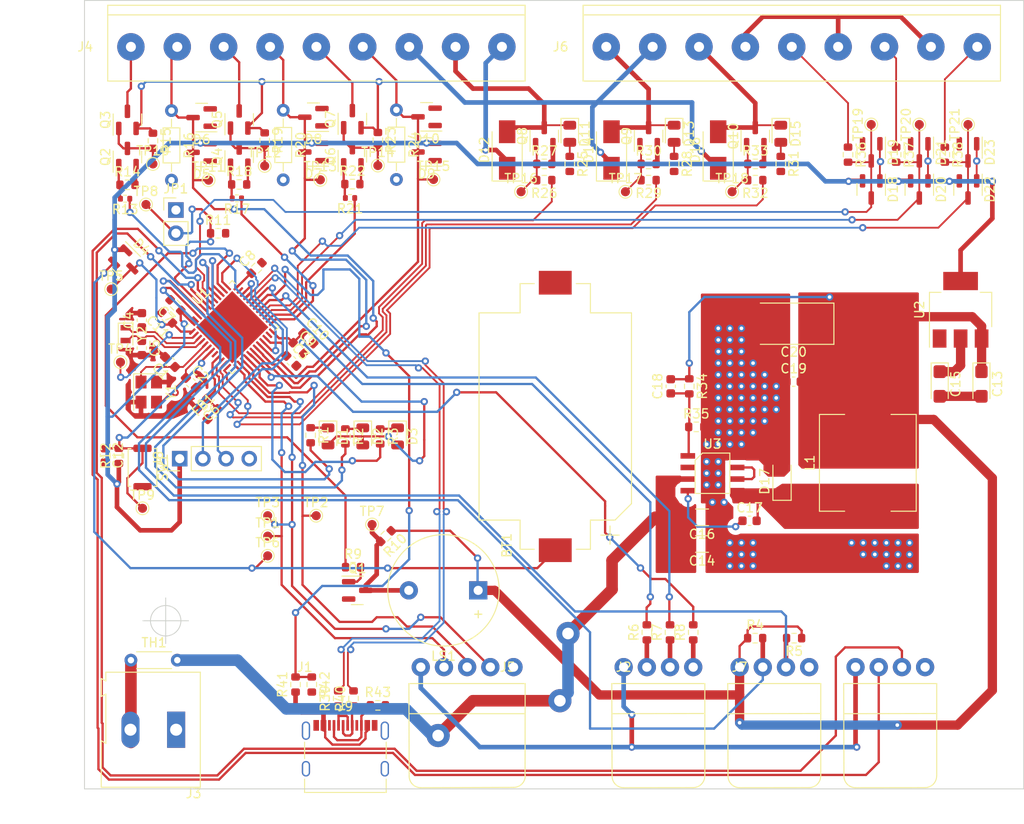
<source format=kicad_pcb>
(kicad_pcb (version 20211014) (generator pcbnew)

  (general
    (thickness 1.6)
  )

  (paper "A4")
  (title_block
    (title "FloatPUMP Basic Boards")
    (date "2022-11-22")
    (rev "1.0")
    (company "www.robtor.de")
  )

  (layers
    (0 "F.Cu" signal)
    (31 "B.Cu" signal)
    (32 "B.Adhes" user "B.Adhesive")
    (33 "F.Adhes" user "F.Adhesive")
    (34 "B.Paste" user)
    (35 "F.Paste" user)
    (36 "B.SilkS" user "B.Silkscreen")
    (37 "F.SilkS" user "F.Silkscreen")
    (38 "B.Mask" user)
    (39 "F.Mask" user)
    (40 "Dwgs.User" user "User.Drawings")
    (41 "Cmts.User" user "User.Comments")
    (42 "Eco1.User" user "User.Eco1")
    (43 "Eco2.User" user "User.Eco2")
    (44 "Edge.Cuts" user)
    (45 "Margin" user)
    (46 "B.CrtYd" user "B.Courtyard")
    (47 "F.CrtYd" user "F.Courtyard")
    (48 "B.Fab" user)
    (49 "F.Fab" user)
    (50 "User.1" user)
    (51 "User.2" user)
    (52 "User.3" user)
    (53 "User.4" user)
    (54 "User.5" user)
    (55 "User.6" user)
    (56 "User.7" user)
    (57 "User.8" user)
    (58 "User.9" user)
  )

  (setup
    (stackup
      (layer "F.SilkS" (type "Top Silk Screen"))
      (layer "F.Paste" (type "Top Solder Paste"))
      (layer "F.Mask" (type "Top Solder Mask") (thickness 0.01))
      (layer "F.Cu" (type "copper") (thickness 0.035))
      (layer "dielectric 1" (type "core") (thickness 1.51) (material "FR4") (epsilon_r 4.5) (loss_tangent 0.02))
      (layer "B.Cu" (type "copper") (thickness 0.035))
      (layer "B.Mask" (type "Bottom Solder Mask") (thickness 0.01))
      (layer "B.Paste" (type "Bottom Solder Paste"))
      (layer "B.SilkS" (type "Bottom Silk Screen"))
      (copper_finish "None")
      (dielectric_constraints no)
    )
    (pad_to_mask_clearance 0)
    (pcbplotparams
      (layerselection 0x00010fc_ffffffff)
      (disableapertmacros false)
      (usegerberextensions false)
      (usegerberattributes true)
      (usegerberadvancedattributes true)
      (creategerberjobfile true)
      (svguseinch false)
      (svgprecision 6)
      (excludeedgelayer true)
      (plotframeref false)
      (viasonmask false)
      (mode 1)
      (useauxorigin false)
      (hpglpennumber 1)
      (hpglpenspeed 20)
      (hpglpendiameter 15.000000)
      (dxfpolygonmode true)
      (dxfimperialunits true)
      (dxfusepcbnewfont true)
      (psnegative false)
      (psa4output false)
      (plotreference true)
      (plotvalue true)
      (plotinvisibletext false)
      (sketchpadsonfab false)
      (subtractmaskfromsilk false)
      (outputformat 1)
      (mirror false)
      (drillshape 1)
      (scaleselection 1)
      (outputdirectory "")
    )
  )

  (net 0 "")
  (net 1 "/cryst1+")
  (net 2 "GND")
  (net 3 "/cryst1-")
  (net 4 "Net-(C3-Pad1)")
  (net 5 "/cryst2+")
  (net 6 "/cryst2-")
  (net 7 "Net-(C6-Pad1)")
  (net 8 "/VBAT")
  (net 9 "/NRST")
  (net 10 "Net-(D1-Pad1)")
  (net 11 "+3.3V")
  (net 12 "Net-(D2-Pad1)")
  (net 13 "Net-(D3-Pad1)")
  (net 14 "/VB")
  (net 15 "T11")
  (net 16 "T13")
  (net 17 "T15")
  (net 18 "T17")
  (net 19 "Net-(C17-Pad1)")
  (net 20 "Net-(C17-Pad2)")
  (net 21 "T20")
  (net 22 "Net-(D11-Pad2)")
  (net 23 "/GPI0")
  (net 24 "/GPI1")
  (net 25 "/GPI2")
  (net 26 "/RRDT")
  (net 27 "/RRCLK")
  (net 28 "/RRSW")
  (net 29 "+5V")
  (net 30 "/I2C1_SDA")
  (net 31 "/I2C1_SCL")
  (net 32 "/USART1_TX")
  (net 33 "/USART1_RX")
  (net 34 "/SWDIO")
  (net 35 "/SWCLK")
  (net 36 "T22")
  (net 37 "unconnected-(J9-PadA8)")
  (net 38 "unconnected-(J9-PadB8)")
  (net 39 "T10")
  (net 40 "T12")
  (net 41 "T14")
  (net 42 "/BOOT0")
  (net 43 "T24")
  (net 44 "T26")
  (net 45 "T28")
  (net 46 "Net-(D13-Pad2)")
  (net 47 "Net-(LS1-Pad2)")
  (net 48 "Net-(Q2-Pad1)")
  (net 49 "Net-(Q2-Pad3)")
  (net 50 "Net-(D15-Pad2)")
  (net 51 "Net-(Q8-Pad1)")
  (net 52 "Net-(Q9-Pad1)")
  (net 53 "Net-(Q10-Pad1)")
  (net 54 "/LED0")
  (net 55 "/LED1")
  (net 56 "/LED2")
  (net 57 "/LED5")
  (net 58 "/LED4")
  (net 59 "/LED3")
  (net 60 "/BEEP")
  (net 61 "/MPWR0")
  (net 62 "/MPWR1")
  (net 63 "/MPWR2")
  (net 64 "/OCHAN0")
  (net 65 "/OCHAN1")
  (net 66 "/OCHAN2")
  (net 67 "/usb_conn/U_D-")
  (net 68 "/USB_FS_D-")
  (net 69 "/usb_conn/U_D+")
  (net 70 "/USB_FS_D+")
  (net 71 "/usb_conn/U_VBUS")
  (net 72 "/USB_FS_VBUS")
  (net 73 "/usb_conn/CC")
  (net 74 "Net-(Q1-Pad1)")
  (net 75 "Net-(Q4-Pad1)")
  (net 76 "Net-(Q4-Pad3)")
  (net 77 "Net-(Q6-Pad1)")
  (net 78 "Net-(Q6-Pad3)")
  (net 79 "Net-(C18-Pad1)")
  (net 80 "Net-(TP4-Pad1)")
  (net 81 "Net-(U3-Pad6)")
  (net 82 "T18")
  (net 83 "T27")
  (net 84 "Net-(J3-Pad2)")
  (net 85 "Net-(J5-Pad2)")
  (net 86 "Net-(J5-Pad3)")
  (net 87 "Net-(J5-Pad4)")
  (net 88 "+24V")

  (footprint "Package_TO_SOT_SMD:SOT-23" (layer "F.Cu") (at 42.3395 89.49575 90))

  (footprint "Resistor_SMD:R_0603_1608Metric" (layer "F.Cu") (at 48.819451 110.461996 -45))

  (footprint "Resistor_SMD:R_0603_1608Metric" (layer "F.Cu") (at 49.911651 109.395196 -45))

  (footprint "TestPoint:TestPoint_Pad_D1.0mm" (layer "F.Cu") (at 57.531 90.4725))

  (footprint "Resistor_SMD:R_0603_1608Metric" (layer "F.Cu") (at 86.995 141.605 90))

  (footprint "Package_TO_SOT_SMD:SOT-23" (layer "F.Cu") (at 38.227 85.217 180))

  (footprint "Resistor_SMD:R_0603_1608Metric" (layer "F.Cu") (at 57.531 87.6785 -90))

  (footprint "TestPoint:TestPoint_Pad_D1.0mm" (layer "F.Cu") (at 84.648 93.343))

  (footprint "LED_SMD:LED_0805_2012Metric" (layer "F.Cu") (at 89.982 86.993 -90))

  (footprint "TerminalBlock:TerminalBlock_Altech_AK300-2_P5.00mm" (layer "F.Cu") (at 35.433 152.273 180))

  (footprint "Capacitor_SMD:C_0603_1608Metric" (layer "F.Cu") (at 98.2472 129.3876))

  (footprint "TestPoint:TestPoint_Pad_D1.0mm" (layer "F.Cu") (at 111.572 85.979 90))

  (footprint "Resistor_SMD:R_0603_1608Metric" (layer "F.Cu") (at 75.758 92.073 180))

  (footprint "Crystal:Crystal_SMD_2012-2Pin_2.0x1.2mm" (layer "F.Cu") (at 29.896451 108.937996 -90))

  (footprint "Resistor_SMD:R_0603_1608Metric" (layer "F.Cu") (at 53.975 120.142 -90))

  (footprint "Diode_SMD:D_SOD-123F" (layer "F.Cu") (at 101.8032 124.9426 90))

  (footprint "Connector_USB:USB_C_Receptacle_Palconn_UTC16-G" (layer "F.Cu") (at 53.975 154.305))

  (footprint "Resistor_THT:R_Axial_DIN0204_L3.6mm_D1.6mm_P7.62mm_Horizontal" (layer "F.Cu") (at 34.925 84.455 -90))

  (footprint "Resistor_SMD:R_0603_1608Metric" (layer "F.Cu") (at 101.666 90.295 -90))

  (footprint "Resistor_SMD:R_0402_1005Metric" (layer "F.Cu") (at 54.483 94.0285 180))

  (footprint "TestPoint:TestPoint_Pad_D1.0mm" (layer "F.Cu") (at 63.627 91.9965))

  (footprint "custom_parts:CAMBLOCK CTB0509-9" (layer "F.Cu") (at 30.48 77.47))

  (footprint "Package_TO_SOT_SMD:SOT-23" (layer "F.Cu") (at 54.737 85.3925 90))

  (footprint "Resistor_SMD:R_0603_1608Metric" (layer "F.Cu") (at 91.6432 114.6556 -90))

  (footprint "Package_TO_SOT_SMD:SOT-23" (layer "F.Cu") (at 98.872 87.247 90))

  (footprint "Capacitor_SMD:C_0603_1608Metric" (layer "F.Cu") (at 38.278451 116.557996 -135))

  (footprint "Resistor_SMD:R_0603_1608Metric" (layer "F.Cu") (at 48.514 147.32 90))

  (footprint "custom_parts:2542R-04" (layer "F.Cu") (at 97.155 145.415))

  (footprint "Package_TO_SOT_SMD:SOT-23" (layer "F.Cu") (at 62.865 85.1385 180))

  (footprint "TestPoint:TestPoint_Pad_D1.0mm" (layer "F.Cu") (at 122.174 85.979 90))

  (footprint "Resistor_SMD:R_0603_1608Metric" (layer "F.Cu") (at 34.4424 107.1372 135))

  (footprint "TestPoint:TestPoint_Pad_D1.0mm" (layer "F.Cu") (at 45.1335 90.51175))

  (footprint "Resistor_SMD:R_0603_1608Metric" (layer "F.Cu") (at 75.758 90.295))

  (footprint "Resistor_SMD:R_0603_1608Metric" (layer "F.Cu") (at 35.357451 105.762996 135))

  (footprint "Package_TO_SOT_SMD:SOT-23" (layer "F.Cu") (at 116.84 93.091 -90))

  (footprint "custom_parts:MP9486A-SOIC-8" (layer "F.Cu") (at 94.1832 124.1806 -90))

  (footprint "Capacitor_Tantalum_SMD:CP_EIA-7343-31_Kemet-D" (layer "F.Cu") (at 103.0732 107.7976 180))

  (footprint "TestPoint:TestPoint_Pad_D1.0mm" (layer "F.Cu") (at 38.989 92.075))

  (footprint "custom_parts:L_MS1040-330M" (layer "F.Cu") (at 111.2012 123.0376 90))

  (footprint "Resistor_SMD:R_0603_1608Metric" (layer "F.Cu") (at 42.3395 92.54375))

  (footprint "Resistor_SMD:R_0603_1608Metric" (layer "F.Cu") (at 119.634 89.281 -90))

  (footprint "Capacitor_SMD:C_0603_1608Metric" (layer "F.Cu") (at 31.674451 110.461996 -90))

  (footprint "TestPoint:TestPoint_Pad_D1.0mm" (layer "F.Cu") (at 31.75 128.016))

  (footprint "Resistor_THT:R_Axial_DIN0204_L3.6mm_D1.6mm_P5.08mm_Horizontal" (layer "F.Cu") (at 30.48 144.653))

  (footprint "Package_TO_SOT_SMD:SOT-23" (layer "F.Cu") (at 42.3395 85.43175 90))

  (footprint "Resistor_SMD:R_0603_1608Metric" (layer "F.Cu") (at 54.8132 134.4676))

  (footprint "Resistor_SMD:R_0603_1608Metric" (layer "F.Cu") (at 57.785 120.142 -90))

  (footprint "TestPoint:TestPoint_Pad_D1.0mm" (layer "F.Cu") (at 73.218 93.343))

  (footprint "Package_TO_SOT_SMD:SOT-23" (layer "F.Cu") (at 62.865 88.98775 180))

  (footprint "Capacitor_SMD:C_0603_1608Metric" (layer "F.Cu") (at 37.048459 114.271996 -45))

  (footprint "Package_TO_SOT_SMD:SOT-23" (layer "F.Cu") (at 30.099 89.535 90))

  (footprint "Package_TO_SOT_SMD:SOT-223-3_TabPin2" (layer "F.Cu") (at 121.3612 106.2736 90))

  (footprint "Battery:BatteryHolder_Keystone_1060_1x2032" (layer "F.Cu") (at 76.962 117.9576 90))

  (footprint "TestPoint:TestPoint_Pad_D1.0mm" (layer "F.Cu") (at 56.896 129.794))

  (footprint "TestPoint:TestPoint_Pad_D1.0mm" (layer "F.Cu") (at 51.2295 92.03575))

  (footprint "TestPoint:TestPoint_Pad_D1.0mm" (layer "F.Cu") (at 50.7746 128.8288))

  (footprint "Capacitor_SMD:C_0603_1608Metric" (layer "F.Cu") (at 89.6112 114.6556 90))

  (footprint "LED_SMD:LED_0805_2012Metric" (layer "F.Cu") (at 52.07 120.142 -90))

  (footprint "Package_TO_SOT_SMD:SOT-23" (layer "F.Cu") (at 50.4675 88.98775 180))

  (footprint "Resistor_SMD:R_0603_1608Metric" (layer "F.Cu") (at 30.099 92.583))

  (footprint "Buzzer_Beeper:Buzzer_12x9.5RM7.6" (layer "F.Cu")
    (tedit 5A030281) (tstamp 6fa31809-d81f-41c6-bea0-d8fd9790f4ff)
    (at 68.5192 137.0076 180)
    (descr "Generic Buzzer, D12mm height 9.5mm with RM7.6mm")
    (tags "buzzer")
    (property "Sheetfile" "FloatPUMP.kicad_sch")
    (property "Sheetname" "")
    (path "/cec8e67e-7fd3-401e-a417-3621aeb04922")
    (attr through_hole)
    (fp_text reference "LS1" (at 3.8 -7.2) (layer "F.SilkS")
      (effects (font (size 1 1) (thickness 0.15)))
      (tstamp f06b00bd-a1ad-40d3-85ad-f55ac52084dd)
    )
    (fp_text value "Speaker" (at 3.8 7.4) (layer "F.Fab")
      (effects (font (size 1 1) (thickness 0.15)))
      (tstamp 1d106cb0-a79f-4b4f-a301-e338edea91d7)
    )
    (fp_text user "+" (at -0.01 -2.54) (layer "F.SilkS")
      (effects (font (size 1 1) (thickness 0.15)))
      (tstamp c8a58ae1-6549-496f-8aba-20b165a0b1c1)
    )
    (fp_text user "+" (at -0.01 -2.54) (layer "F.Fab")
      (effects (font (size 1 1) (thickness 0.15)))
      (tstamp 2a2bedb2-a4b1-40a8-bea2-217b99d126d6)
    )
    (fp_text user "${REFERENCE}" (at 3.8 -4) (layer "F.Fab")
      (effects (font (size 1 1) (thickness 0.15)))
      (tstamp 91f1c12b-5578-42ed-b947-5a4d6cf21a19)
    )
    (fp_circle (center 3.8 0) (end 9.9 0) (layer "F.SilkS") (width 0.12) (fill none) (tstamp b1751386-2c55-46ea-8b97-1a4072db2991))
    (fp_circle (center 3.8 0) (end 10.05 0) (layer "F.CrtYd") (width 0.05) (fill none) (tstamp 512930a1-e26a-439c-a01b-411f35d48130))
    (fp_circle (center 3.8 0) (end 9.8 0) (layer "F.Fab") (width 0.1) (fill none) (tstamp 20d8fbbb-acd9-475c-b4a3-d2b56f0cffbe))
    (fp_circle (center 3.8 0) (end 4.8 0) (layer "F.Fab") (width 0.1) (fill none) (tstamp 285fcece-bc3c-442c-87bf-7a338b26a67d))
    (pad "1" thru_hole rect (at 0 0 180) (size 2 2) (drill 1) (layers *.Cu *.Mask)
      (net 29 "+5V") (pinfunction "1") (pintype "input") (tstamp 70964a43-56f4-4a47-878b-0c7c2ff835c4))
    (pad "2" thru_hole circle (at 7.6 0 180) (size 2 2) (drill 1) (layers *.Cu *.Mask)
      (net 47 "Net-(LS1-Pad2)") (pinfunction "2") (pintype "input") (tstamp b8f4855c-32db-4099-ba19-7a04e38cc097))
    (model "${KICAD6_3DMODEL_DIR}/Buzzer_Beeper.3dshapes/Buzzer_12x9.5RM7.6.wrl"
      (offset (xyz
... [463620 chars truncated]
</source>
